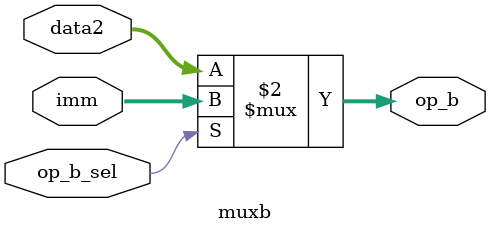
<source format=sv>
/* verilator lint_off EOFNEWLINE */
module muxb(
	input logic [31:0] data2,
	input logic [31:0] imm,
	input logic op_b_sel,
	output logic [31:0] op_b
);
assign op_b=(op_b_sel == 1)?imm:data2;
endmodule

</source>
